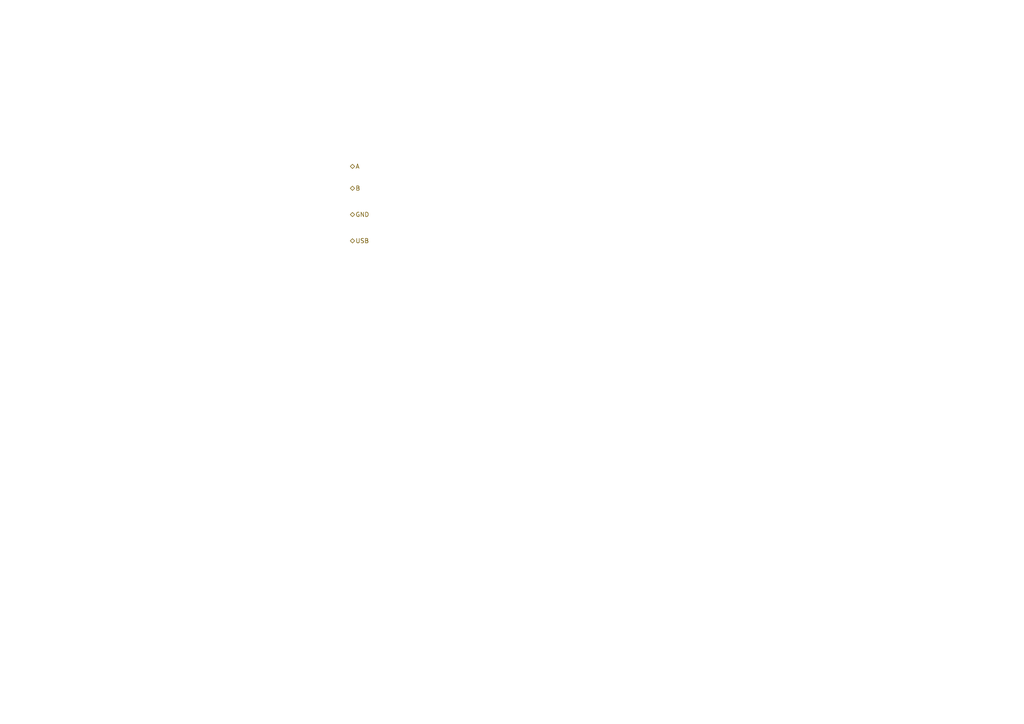
<source format=kicad_sch>
(kicad_sch (version 20211123) (generator eeschema)
  (paper "A4")
  (lib_symbols)
  (hierarchical_label "B" (shape bidirectional) (at 101.6 54.61 0))
  (hierarchical_label "USB" (shape bidirectional) (at 101.6 69.85 0))
  (hierarchical_label "A" (shape bidirectional) (at 101.6 48.26 0))
  (hierarchical_label "GND" (shape bidirectional) (at 101.6 62.23 0))
)
</source>
